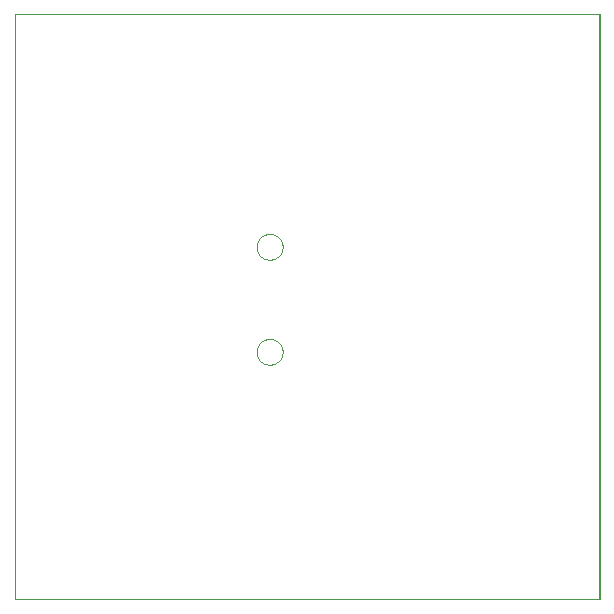
<source format=gbp>
G75*
G70*
%OFA0B0*%
%FSLAX24Y24*%
%IPPOS*%
%LPD*%
%AMOC8*
5,1,8,0,0,1.08239X$1,22.5*
%
%ADD10C,0.0000*%
D10*
X000500Y000750D02*
X020000Y000750D01*
X020000Y020250D01*
X000500Y020250D01*
X000500Y000750D01*
X000500Y020246D01*
X019994Y020246D01*
X019994Y000750D01*
X000500Y000750D01*
X008567Y009000D02*
X008569Y009041D01*
X008575Y009082D01*
X008585Y009122D01*
X008598Y009161D01*
X008615Y009198D01*
X008636Y009234D01*
X008660Y009268D01*
X008687Y009299D01*
X008716Y009327D01*
X008749Y009353D01*
X008783Y009375D01*
X008820Y009394D01*
X008858Y009409D01*
X008898Y009421D01*
X008938Y009429D01*
X008979Y009433D01*
X009021Y009433D01*
X009062Y009429D01*
X009102Y009421D01*
X009142Y009409D01*
X009180Y009394D01*
X009216Y009375D01*
X009251Y009353D01*
X009284Y009327D01*
X009313Y009299D01*
X009340Y009268D01*
X009364Y009234D01*
X009385Y009198D01*
X009402Y009161D01*
X009415Y009122D01*
X009425Y009082D01*
X009431Y009041D01*
X009433Y009000D01*
X009431Y008959D01*
X009425Y008918D01*
X009415Y008878D01*
X009402Y008839D01*
X009385Y008802D01*
X009364Y008766D01*
X009340Y008732D01*
X009313Y008701D01*
X009284Y008673D01*
X009251Y008647D01*
X009217Y008625D01*
X009180Y008606D01*
X009142Y008591D01*
X009102Y008579D01*
X009062Y008571D01*
X009021Y008567D01*
X008979Y008567D01*
X008938Y008571D01*
X008898Y008579D01*
X008858Y008591D01*
X008820Y008606D01*
X008784Y008625D01*
X008749Y008647D01*
X008716Y008673D01*
X008687Y008701D01*
X008660Y008732D01*
X008636Y008766D01*
X008615Y008802D01*
X008598Y008839D01*
X008585Y008878D01*
X008575Y008918D01*
X008569Y008959D01*
X008567Y009000D01*
X008567Y012500D02*
X008569Y012541D01*
X008575Y012582D01*
X008585Y012622D01*
X008598Y012661D01*
X008615Y012698D01*
X008636Y012734D01*
X008660Y012768D01*
X008687Y012799D01*
X008716Y012827D01*
X008749Y012853D01*
X008783Y012875D01*
X008820Y012894D01*
X008858Y012909D01*
X008898Y012921D01*
X008938Y012929D01*
X008979Y012933D01*
X009021Y012933D01*
X009062Y012929D01*
X009102Y012921D01*
X009142Y012909D01*
X009180Y012894D01*
X009216Y012875D01*
X009251Y012853D01*
X009284Y012827D01*
X009313Y012799D01*
X009340Y012768D01*
X009364Y012734D01*
X009385Y012698D01*
X009402Y012661D01*
X009415Y012622D01*
X009425Y012582D01*
X009431Y012541D01*
X009433Y012500D01*
X009431Y012459D01*
X009425Y012418D01*
X009415Y012378D01*
X009402Y012339D01*
X009385Y012302D01*
X009364Y012266D01*
X009340Y012232D01*
X009313Y012201D01*
X009284Y012173D01*
X009251Y012147D01*
X009217Y012125D01*
X009180Y012106D01*
X009142Y012091D01*
X009102Y012079D01*
X009062Y012071D01*
X009021Y012067D01*
X008979Y012067D01*
X008938Y012071D01*
X008898Y012079D01*
X008858Y012091D01*
X008820Y012106D01*
X008784Y012125D01*
X008749Y012147D01*
X008716Y012173D01*
X008687Y012201D01*
X008660Y012232D01*
X008636Y012266D01*
X008615Y012302D01*
X008598Y012339D01*
X008585Y012378D01*
X008575Y012418D01*
X008569Y012459D01*
X008567Y012500D01*
M02*

</source>
